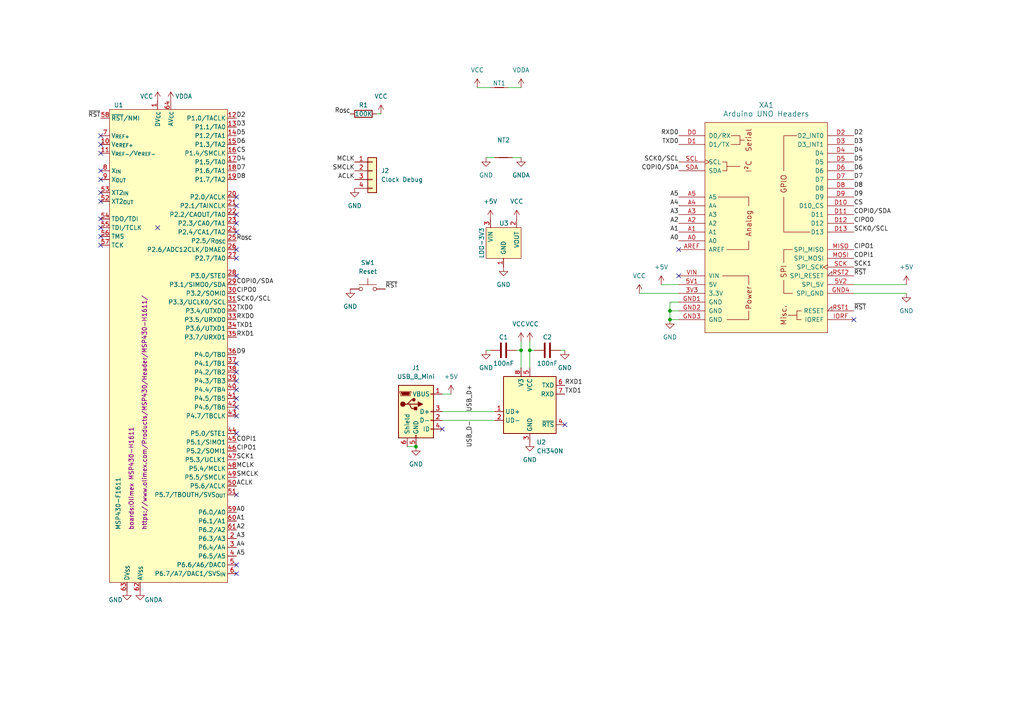
<source format=kicad_sch>
(kicad_sch (version 20230121) (generator eeschema)
  (paper "A4")
  (lib_symbols
    (symbol "Connector:USB_B_Mini" (pin_names (offset 1.016))
      (property "Reference" "J" (at -5.08 11.43 0))
      (property "Value" "USB_B_Mini" (at -5.08 8.89 0))
      (symbol "USB_B_Mini_0_1"
        (rectangle (start -5.08 -7.62) (end 5.08 7.62) (stroke (width 0.254)) (fill (type background)))
        (circle (center -3.81 2.159) (radius 0.635) (stroke (width 0.254)) (fill (type outline)))
        (circle (center -0.635 3.429) (radius 0.381) (stroke (width 0.254)) (fill (type outline)))
        (rectangle (start -0.127 -7.62) (end 0.127 -6.858))
        (polyline (pts (xy -1.905 2.159) (xy 0.635 2.159)) (stroke (width 0.254)))
        (polyline (pts (xy -3.175 2.159) (xy -2.54 2.159) (xy -1.27 3.429) (xy -0.635 3.429)) (stroke (width 0.254)))
        (polyline (pts (xy -2.54 2.159) (xy -1.905 2.159) (xy -1.27 0.889) (xy 0 0.889)) (stroke (width 0.254)))
        (polyline (pts (xy 0.635 2.794) (xy 0.635 1.524) (xy 1.905 2.159) (xy 0.635 2.794)) (stroke (width 0.254)) (fill (type outline)))
        (polyline (pts (xy -4.318 5.588) (xy -1.778 5.588) (xy -2.032 4.826) (xy -4.064 4.826) (xy -4.318 5.588)) (fill (type outline)))
        (polyline (pts (xy -4.699 5.842) (xy -4.699 5.588) (xy -4.445 4.826) (xy -4.445 4.572) (xy -1.651 4.572) (xy -1.651 4.826) (xy -1.397 5.588) (xy -1.397 5.842) (xy -4.699 5.842)))
        (rectangle (start 0.254 1.27) (end -0.508 0.508) (stroke (width 0.254)) (fill (type outline)))
        (rectangle (start 5.08 -5.207) (end 4.318 -4.953))
        (rectangle (start 5.08 -2.667) (end 4.318 -2.413))
        (rectangle (start 5.08 -0.127) (end 4.318 0.127))
        (rectangle (start 5.08 4.953) (end 4.318 5.207))
      )
      (symbol "USB_B_Mini_1_1"
        (pin power_out line (at 7.62 5.08 180) (length 2.54) (name "VBUS") (number "1"))
        (pin bidirectional line (at 7.62 -2.54 180) (length 2.54) (name "D-") (number "2"))
        (pin bidirectional line (at 7.62 0 180) (length 2.54) (name "D+") (number "3"))
        (pin passive line (at 7.62 -5.08 180) (length 2.54) (name "ID") (number "4"))
        (pin power_out line (at 0 -10.16 90) (length 2.54) (name "GND") (number "5"))
        (pin passive line (at -2.54 -10.16 90) (length 2.54) (name "Shield") (number "6"))
      )
    )
    (symbol "Connector_Generic:Conn_01x04" (pin_names (offset 1.016) hide)
      (property "Reference" "J" (at 0 5.08 0))
      (property "Value" "Conn_01x04" (at 0 -7.62 0))
      (symbol "Conn_01x04_1_1"
        (rectangle (start -1.27 -4.953) (end 0 -5.207) (stroke (width 0.1524)))
        (rectangle (start -1.27 -2.413) (end 0 -2.667) (stroke (width 0.1524)))
        (rectangle (start -1.27 0.127) (end 0 -0.127) (stroke (width 0.1524)))
        (rectangle (start -1.27 2.667) (end 0 2.413) (stroke (width 0.1524)))
        (rectangle (start -1.27 3.81) (end 1.27 -6.35) (stroke (width 0.254)) (fill (type background)))
        (pin passive line (at -5.08 2.54 0) (length 3.81) (name "Pin_1") (number "1"))
        (pin passive line (at -5.08 0 0) (length 3.81) (name "Pin_2") (number "2"))
        (pin passive line (at -5.08 -2.54 0) (length 3.81) (name "Pin_3") (number "3"))
        (pin passive line (at -5.08 -5.08 0) (length 3.81) (name "Pin_4") (number "4"))
      )
    )
    (symbol "Device:C" (pin_numbers hide) (pin_names (offset 0.254))
      (property "Reference" "C" (at 0.635 2.54 0))
      (property "Value" "C" (at 0.635 -2.54 0))
      (symbol "C_0_1"
        (polyline (pts (xy -2.032 -0.762) (xy 2.032 -0.762)) (stroke (width 0.508)))
        (polyline (pts (xy -2.032 0.762) (xy 2.032 0.762)) (stroke (width 0.508)))
      )
      (symbol "C_1_1"
        (pin passive line (at 0 3.81 270) (length 2.794) (name "~") (number "1"))
        (pin passive line (at 0 -3.81 90) (length 2.794) (name "~") (number "2"))
      )
    )
    (symbol "Device:NetTie_2" (pin_numbers hide) (pin_names (offset 0) hide) (in_bom no)
      (property "Reference" "NT" (at 0 1.27 0))
      (property "Value" "NetTie_2" (at 0 -1.27 0))
      (symbol "NetTie_2_0_1"
        (polyline (pts (xy -1.27 0) (xy 1.27 0)) (stroke (width 0.254)))
      )
      (symbol "NetTie_2_1_1"
        (pin passive line (at -2.54 0 0) (length 2.54) (name "1") (number "1"))
        (pin passive line (at 2.54 0 180) (length 2.54) (name "2") (number "2"))
      )
    )
    (symbol "Device:R" (pin_numbers hide) (pin_names (offset 0))
      (property "Reference" "R" (at 2.032 0 90))
      (property "Value" "R" (at 0 0 90))
      (symbol "R_0_1"
        (rectangle (start -1.016 -2.54) (end 1.016 2.54) (stroke (width 0.254)))
      )
      (symbol "R_1_1"
        (pin passive line (at 0 3.81 270) (length 1.27) (name "~") (number "1"))
        (pin passive line (at 0 -3.81 90) (length 1.27) (name "~") (number "2"))
      )
    )
    (symbol "PCM_arduino-library:Arduino_Uno_R3_Shield" (pin_names (offset 1.016))
      (property "Reference" "XA" (at 0 36.83 0))
      (property "Value" "Arduino_Uno_R3_Shield" (at 0 33.02 0))
      (symbol "Arduino_Uno_R3_Shield_0_0"
        (rectangle (start -17.78 30.48) (end 17.78 -30.48) (fill (type background)))
        (rectangle (start -12.7 -13.97) (end -5.08 -13.97))
        (rectangle (start -11.43 -26.67) (end -5.08 -26.67))
        (polyline (pts (xy -11.43 17.78) (xy -7.62 17.78)))
        (polyline (pts (xy -7.62 25.4) (xy -6.35 25.4)))
        (polyline (pts (xy -5.08 -26.67) (xy -5.08 -24.13)))
        (polyline (pts (xy -5.08 -15.24) (xy -5.08 -16.51)))
        (polyline (pts (xy -5.08 -13.97) (xy -5.08 -15.24)))
        (polyline (pts (xy -5.08 -3.81) (xy -5.08 -6.35) (xy -11.43 -6.35)))
        (polyline (pts (xy -5.08 6.35) (xy -5.08 8.89) (xy -13.97 8.89)))
        (polyline (pts (xy 5.08 8.89) (xy 5.08 -1.27) (xy 12.7 -1.27)))
        (polyline (pts (xy 5.08 16.51) (xy 5.08 26.67) (xy 8.89 26.67)))
        (polyline (pts (xy -12.7 19.05) (xy -11.43 19.05) (xy -11.43 16.51) (xy -12.7 16.51)))
        (polyline (pts (xy -10.16 26.67) (xy -7.62 26.67) (xy -7.62 24.13) (xy -10.16 24.13)))
        (rectangle (start 5.08 -19.05) (end 5.08 -15.24))
        (rectangle (start 5.08 -19.05) (end 7.62 -19.05))
        (rectangle (start 5.08 -10.16) (end 5.08 -6.35))
        (rectangle (start 7.62 -6.35) (end 5.08 -6.35))
        (rectangle (start 8.89 -25.4) (end 6.35 -25.4))
        (rectangle (start 8.89 -24.13) (end 8.89 -26.67))
        (rectangle (start 10.16 -26.67) (end 8.89 -26.67))
        (rectangle (start 10.16 -24.13) (end 8.89 -24.13))
        (text "Analog" (at -5.08 1.27 900) (effects (font (size 1.524 1.524))))
        (text "I²C" (at -5.08 17.78 900) (effects (font (size 1.524 1.524))))
        (text "Misc." (at 5.08 -25.4 900) (effects (font (size 1.524 1.524))))
        (text "Power" (at -5.08 -20.32 900) (effects (font (size 1.524 1.524))))
        (text "Serial" (at -5.08 25.4 900) (effects (font (size 1.524 1.524))))
        (text "SPI" (at 5.08 -12.7 900) (effects (font (size 1.524 1.524))))
      )
      (symbol "Arduino_Uno_R3_Shield_1_0"
        (text "GPIO" (at 5.08 12.7 900) (effects (font (size 1.524 1.524))))
      )
      (symbol "Arduino_Uno_R3_Shield_1_1"
        (pin power_out line (at -25.4 -19.05 0) (length 7.62) (name "3.3V") (number "3V3"))
        (pin power_in line (at -25.4 -16.51 0) (length 7.62) (name "5V") (number "5V1"))
        (pin power_in line (at 25.4 -16.51 180) (length 7.62) (name "SPI_5V") (number "5V2"))
        (pin bidirectional line (at -25.4 -3.81 0) (length 7.62) (name "A0") (number "A0"))
        (pin bidirectional line (at -25.4 -1.27 0) (length 7.62) (name "A1") (number "A1"))
        (pin bidirectional line (at -25.4 1.27 0) (length 7.62) (name "A2") (number "A2"))
        (pin bidirectional line (at -25.4 3.81 0) (length 7.62) (name "A3") (number "A3"))
        (pin bidirectional line (at -25.4 6.35 0) (length 7.62) (name "A4") (number "A4"))
        (pin bidirectional line (at -25.4 8.89 0) (length 7.62) (name "A5") (number "A5"))
        (pin input line (at -25.4 -6.35 0) (length 7.62) (name "AREF") (number "AREF"))
        (pin bidirectional line (at -25.4 26.67 0) (length 7.62) (name "D0/RX") (number "D0"))
        (pin bidirectional line (at -25.4 24.13 0) (length 7.62) (name "D1/TX") (number "D1"))
        (pin bidirectional line (at 25.4 6.35 180) (length 7.62) (name "D10_CS") (number "D10"))
        (pin bidirectional line (at 25.4 3.81 180) (length 7.62) (name "D11") (number "D11"))
        (pin bidirectional line (at 25.4 1.27 180) (length 7.62) (name "D12") (number "D12"))
        (pin bidirectional line (at 25.4 -1.27 180) (length 7.62) (name "D13") (number "D13"))
        (pin bidirectional line (at 25.4 26.67 180) (length 7.62) (name "D2_INT0") (number "D2"))
        (pin bidirectional line (at 25.4 24.13 180) (length 7.62) (name "D3_INT1") (number "D3"))
        (pin bidirectional line (at 25.4 21.59 180) (length 7.62) (name "D4") (number "D4"))
        (pin bidirectional line (at 25.4 19.05 180) (length 7.62) (name "D5") (number "D5"))
        (pin bidirectional line (at 25.4 16.51 180) (length 7.62) (name "D6") (number "D6"))
        (pin bidirectional line (at 25.4 13.97 180) (length 7.62) (name "D7") (number "D7"))
        (pin bidirectional line (at 25.4 11.43 180) (length 7.62) (name "D8") (number "D8"))
        (pin bidirectional line (at 25.4 8.89 180) (length 7.62) (name "D9") (number "D9"))
        (pin power_in line (at -25.4 -21.59 0) (length 7.62) (name "GND") (number "GND1"))
        (pin power_in line (at -25.4 -24.13 0) (length 7.62) (name "GND") (number "GND2"))
        (pin power_in line (at -25.4 -26.67 0) (length 7.62) (name "GND") (number "GND3"))
        (pin power_in line (at 25.4 -19.05 180) (length 7.62) (name "SPI_GND") (number "GND4"))
        (pin output line (at 25.4 -26.67 180) (length 7.62) (name "IOREF") (number "IORF"))
        (pin input line (at 25.4 -6.35 180) (length 7.62) (name "SPI_MISO") (number "MISO"))
        (pin output line (at 25.4 -8.89 180) (length 7.62) (name "SPI_MOSI") (number "MOSI"))
        (pin open_collector input_low (at 25.4 -24.13 180) (length 7.62) (name "RESET") (number "RST1"))
        (pin open_collector input_low (at 25.4 -13.97 180) (length 7.62) (name "SPI_RESET") (number "RST2"))
        (pin output clock (at 25.4 -11.43 180) (length 7.62) (name "SPI_SCK") (number "SCK"))
        (pin bidirectional clock (at -25.4 19.05 0) (length 7.62) (name "SCL") (number "SCL"))
        (pin bidirectional line (at -25.4 16.51 0) (length 7.62) (name "SDA") (number "SDA"))
        (pin power_in line (at -25.4 -13.97 0) (length 7.62) (name "VIN") (number "VIN"))
      )
    )
    (symbol "Switch:SW_Push" (pin_numbers hide) (pin_names (offset 1.016) hide)
      (property "Reference" "SW" (at 1.27 2.54 0))
      (property "Value" "SW_Push" (at 0 -1.524 0))
      (symbol "SW_Push_0_1"
        (circle (center -2.032 0) (radius 0.508))
        (polyline (pts (xy 0 1.27) (xy 0 3.048)))
        (polyline (pts (xy 2.54 1.27) (xy -2.54 1.27)))
        (circle (center 2.032 0) (radius 0.508))
        (pin passive line (at -5.08 0 0) (length 2.54) (name "1") (number "1"))
        (pin passive line (at 5.08 0 180) (length 2.54) (name "2") (number "2"))
      )
    )
    (symbol "boards:CH340N"
      (property "Reference" "U" (at -5.08 13.97 0))
      (property "Value" "CH340N" (at 1.27 13.97 0))
      (symbol "CH340N_0_1"
        (rectangle (start -7.62 12.7) (end 7.62 -3.81) (stroke (width 0.254)) (fill (type background)))
      )
      (symbol "CH340N_1_1"
        (pin bidirectional line (at -10.16 2.54 0) (length 2.54) (name "UD+") (number "1"))
        (pin bidirectional line (at -10.16 0 0) (length 2.54) (name "UD-") (number "2"))
        (pin power_in line (at 0 -6.35 90) (length 2.54) (name "GND") (number "3"))
        (pin output line (at 10.16 -1.27 180) (length 2.54) (name "~{RTS}") (number "4"))
        (pin power_in line (at 0 15.24 270) (length 2.54) (name "VCC") (number "5"))
        (pin output line (at 10.16 10.16 180) (length 2.54) (name "TXD") (number "6"))
        (pin input line (at 10.16 7.62 180) (length 2.54) (name "RXD") (number "7"))
        (pin passive line (at -2.54 15.24 270) (length 2.54) (name "V3") (number "8"))
      )
    )
    (symbol "boards:LDO-3V3" (pin_names (offset 1.016))
      (property "Reference" "U" (at -6.35 1.27 0))
      (property "Value" "LDO-3V3" (at -12.7 -1.27 90))
      (symbol "LDO-3V3_0_1"
        (rectangle (start -11.43 2.54) (end -1.27 -6.35) (fill (type background)))
      )
      (symbol "LDO-3V3_1_1"
        (pin power_in line (at -6.35 -8.89 90) (length 2.54) (name "GND") (number "1"))
        (pin power_out line (at -2.54 5.08 270) (length 2.54) (name "VOUT") (number "2"))
        (pin power_in line (at -10.16 5.08 270) (length 2.54) (name "VIN") (number "3"))
      )
    )
    (symbol "boards:MSP430-F1611"
      (property "Reference" "U" (at 1.27 1.27 0))
      (property "Value" "MSP430-F1611" (at 2.54 -109.22 90))
      (property "Footprint" "boards:Olimex MSP430-H1611" (at 7.62 -101.6 90))
      (property "Datasheet" "https://www.olimex.com/Products/MSP430/Header/MSP430-H1611/" (at 5.08 -82.55 90))
      (symbol "MSP430-F1611_1_1"
        (rectangle (start 0 0) (end 34.29 -137.16) (fill (type background)))
        (pin power_in line (at 13.97 2.54 270) (length 2.54) (name "DV_{CC}") (number "1"))
        (pin unspecified line (at -2.54 -10.16 0) (length 2.54) (name "Ve_{REF+}") (number "10"))
        (pin unspecified line (at -2.54 -12.7 0) (length 2.54) (name "V_{REF-}/Ve_{REF-}") (number "11"))
        (pin bidirectional line (at 36.83 -2.54 180) (length 2.54) (name "P1.0/TACLK") (number "12"))
        (pin bidirectional line (at 36.83 -5.08 180) (length 2.54) (name "P1.1/TA0") (number "13"))
        (pin bidirectional line (at 36.83 -7.62 180) (length 2.54) (name "P1.2/TA1") (number "14"))
        (pin bidirectional line (at 36.83 -10.16 180) (length 2.54) (name "P1.3/TA2") (number "15"))
        (pin bidirectional line (at 36.83 -12.7 180) (length 2.54) (name "P1.4/SMCLK") (number "16"))
        (pin bidirectional line (at 36.83 -15.24 180) (length 2.54) (name "P1.5/TA0") (number "17"))
        (pin bidirectional line (at 36.83 -17.78 180) (length 2.54) (name "P1.6/TA1") (number "18"))
        (pin bidirectional line (at 36.83 -20.32 180) (length 2.54) (name "P1.7/TA2") (number "19"))
        (pin bidirectional line (at 36.83 -124.46 180) (length 2.54) (name "P6.3/A3") (number "2"))
        (pin bidirectional line (at 36.83 -25.4 180) (length 2.54) (name "P2.0/ACLK") (number "20"))
        (pin bidirectional line (at 36.83 -27.94 180) (length 2.54) (name "P2.1/TAINCLK") (number "21"))
        (pin bidirectional line (at 36.83 -30.48 180) (length 2.54) (name "P2.2/CAOUT/TA0") (number "22"))
        (pin bidirectional line (at 36.83 -33.02 180) (length 2.54) (name "P2.3/CA0/TA1") (number "23"))
        (pin bidirectional line (at 36.83 -35.56 180) (length 2.54) (name "P2.4/CA1/TA2") (number "24"))
        (pin bidirectional line (at 36.83 -38.1 180) (length 2.54) (name "P2.5/R_{OSC}") (number "25"))
        (pin bidirectional line (at 36.83 -40.64 180) (length 2.54) (name "P2.6/ADC12CLK/DMAE0") (number "26"))
        (pin bidirectional line (at 36.83 -43.18 180) (length 2.54) (name "P2.7/TA0") (number "27"))
        (pin bidirectional line (at 36.83 -48.26 180) (length 2.54) (name "P3.0/STE0") (number "28"))
        (pin bidirectional line (at 36.83 -50.8 180) (length 2.54) (name "P3.1/SIMO0/SDA") (number "29"))
        (pin bidirectional line (at 36.83 -127 180) (length 2.54) (name "P6.4/A4") (number "3"))
        (pin bidirectional line (at 36.83 -53.34 180) (length 2.54) (name "P3.2/SOMI0") (number "30"))
        (pin bidirectional line (at 36.83 -55.88 180) (length 2.54) (name "P3.3/UCLK0/SCL") (number "31"))
        (pin bidirectional line (at 36.83 -58.42 180) (length 2.54) (name "P3.4/UTXD0") (number "32"))
        (pin bidirectional line (at 36.83 -60.96 180) (length 2.54) (name "P3.5/URXD0") (number "33"))
        (pin bidirectional line (at 36.83 -63.5 180) (length 2.54) (name "P3.6/UTXD1") (number "34"))
        (pin bidirectional line (at 36.83 -66.04 180) (length 2.54) (name "P3.7/URXD1") (number "35"))
        (pin bidirectional line (at 36.83 -71.12 180) (length 2.54) (name "P4.0/TB0") (number "36"))
        (pin bidirectional line (at 36.83 -73.66 180) (length 2.54) (name "P4.1/TB1") (number "37"))
        (pin bidirectional line (at 36.83 -76.2 180) (length 2.54) (name "P4.2/TB2") (number "38"))
        (pin bidirectional line (at 36.83 -78.74 180) (length 2.54) (name "P4.3/TB3") (number "39"))
        (pin bidirectional line (at 36.83 -129.54 180) (length 2.54) (name "P6.5/A5") (number "4"))
        (pin bidirectional line (at 36.83 -81.28 180) (length 2.54) (name "P4.4/TB4") (number "40"))
        (pin bidirectional line (at 36.83 -83.82 180) (length 2.54) (name "P4.5/TB5") (number "41"))
        (pin bidirectional line (at 36.83 -86.36 180) (length 2.54) (name "P4.6/TB6") (number "42"))
        (pin bidirectional line (at 36.83 -88.9 180) (length 2.54) (name "P4.7/TBCLK") (number "43"))
        (pin bidirectional line (at 36.83 -93.98 180) (length 2.54) (name "P5.0/STE1") (number "44"))
        (pin bidirectional line (at 36.83 -96.52 180) (length 2.54) (name "P5.1/SIMO1") (number "45"))
        (pin bidirectional line (at 36.83 -99.06 180) (length 2.54) (name "P5.2/SOMI1") (number "46"))
        (pin bidirectional line (at 36.83 -101.6 180) (length 2.54) (name "P5.3/UCLK1") (number "47"))
        (pin bidirectional line (at 36.83 -104.14 180) (length 2.54) (name "P5.4/MCLK") (number "48"))
        (pin bidirectional line (at 36.83 -106.68 180) (length 2.54) (name "P5.5/SMCLK") (number "49"))
        (pin bidirectional line (at 36.83 -132.08 180) (length 2.54) (name "P6.6/A6/DAC0") (number "5"))
        (pin bidirectional line (at 36.83 -109.22 180) (length 2.54) (name "P5.6/ACLK") (number "50"))
        (pin bidirectional line (at 36.83 -111.76 180) (length 2.54) (name "P5.7/TBOUTH/SVS_{OUT}") (number "51"))
        (pin unspecified line (at -2.54 -26.67 0) (length 2.54) (name "XT2_{OUT}") (number "52"))
        (pin unspecified line (at -2.54 -24.13 0) (length 2.54) (name "XT2_{IN}") (number "53"))
        (pin unspecified line (at -2.54 -31.75 0) (length 2.54) (name "TDO/TDI") (number "54"))
        (pin unspecified line (at -2.54 -34.29 0) (length 2.54) (name "TDI/TCLK") (number "55"))
        (pin unspecified line (at -2.54 -36.83 0) (length 2.54) (name "TMS") (number "56"))
        (pin unspecified line (at -2.54 -39.37 0) (length 2.54) (name "TCK") (number "57"))
        (pin input line (at -2.54 -2.54 0) (length 2.54) (name "~{RST}/NMI") (number "58"))
        (pin bidirectional line (at 36.83 -116.84 180) (length 2.54) (name "P6.0/A0") (number "59"))
        (pin bidirectional line (at 36.83 -134.62 180) (length 2.54) (name "P6.7/A7/DAC1/SVS_{IN}") (number "6"))
        (pin bidirectional line (at 36.83 -119.38 180) (length 2.54) (name "P6.1/A1") (number "60"))
        (pin bidirectional line (at 36.83 -121.92 180) (length 2.54) (name "P6.2/A2") (number "61"))
        (pin power_in line (at 8.89 -139.7 90) (length 2.54) (name "AV_{SS}") (number "62"))
        (pin power_in line (at 5.08 -139.7 90) (length 2.54) (name "DV_{SS}") (number "63"))
        (pin power_in line (at 17.78 2.54 270) (length 2.54) (name "AV_{CC}") (number "64"))
        (pin input line (at -2.54 -7.62 0) (length 2.54) (name "V_{REF+}") (number "7"))
        (pin bidirectional line (at -2.54 -17.78 0) (length 2.54) (name "X_{IN}") (number "8"))
        (pin bidirectional line (at -2.54 -20.32 0) (length 2.54) (name "X_{OUT}") (number "9"))
      )
    )
    (symbol "power:+5V" (power) (pin_names (offset 0))
      (property "Value" "+5V" (at 0 3.556 0))
      (symbol "+5V_0_1"
        (polyline (pts (xy -0.762 1.27) (xy 0 2.54)))
        (polyline (pts (xy 0 0) (xy 0 2.54)))
        (polyline (pts (xy 0 2.54) (xy 0.762 1.27)))
      )
      (symbol "+5V_1_1"
        (pin power_in line (at 0 0 90) (length 0) hide (name "+5V") (number "1"))
      )
    )
    (symbol "power:GND" (power) (pin_names (offset 0))
      (property "Value" "GND" (at 0 -3.81 0))
      (symbol "GND_0_1"
        (polyline (pts (xy 0 0) (xy 0 -1.27) (xy 1.27 -1.27) (xy 0 -2.54) (xy -1.27 -1.27) (xy 0 -1.27)))
      )
      (symbol "GND_1_1"
        (pin power_in line (at 0 0 270) (length 0) hide (name "GND") (number "1"))
      )
    )
    (symbol "power:GNDA" (power) (pin_names (offset 0))
      (property "Value" "GNDA" (at 0 -3.81 0))
      (symbol "GNDA_0_1"
        (polyline (pts (xy 0 0) (xy 0 -1.27) (xy 1.27 -1.27) (xy 0 -2.54) (xy -1.27 -1.27) (xy 0 -1.27)))
      )
      (symbol "GNDA_1_1"
        (pin power_in line (at 0 0 270) (length 0) hide (name "GNDA") (number "1"))
      )
    )
    (symbol "power:VCC" (power) (pin_names (offset 0))
      (property "Value" "VCC" (at 0 3.81 0))
      (symbol "VCC_0_1"
        (polyline (pts (xy -0.762 1.27) (xy 0 2.54)))
        (polyline (pts (xy 0 0) (xy 0 2.54)))
        (polyline (pts (xy 0 2.54) (xy 0.762 1.27)))
      )
      (symbol "VCC_1_1"
        (pin power_in line (at 0 0 90) (length 0) hide (name "VCC") (number "1"))
      )
    )
    (symbol "power:VDDA" (power) (pin_names (offset 0))
      (property "Value" "VDDA" (at 0 3.81 0))
      (symbol "VDDA_0_1"
        (polyline (pts (xy -0.762 1.27) (xy 0 2.54)))
        (polyline (pts (xy 0 0) (xy 0 2.54)))
        (polyline (pts (xy 0 2.54) (xy 0.762 1.27)))
      )
      (symbol "VDDA_1_1"
        (pin power_in line (at 0 0 90) (length 0) hide (name "VDDA") (number "1"))
      )
    )
  )
  (junction (at 151.13 101.6))
  (junction (at 194.31 90.17))
  (junction (at 153.67 101.6))
  (junction (at 120.65 129.54))
  (junction (at 194.31 92.71))
  (no_connect (at 68.58 113.03))
  (no_connect (at 29.21 58.42))
  (no_connect (at 45.72 66.04))
  (no_connect (at 29.21 39.37))
  (no_connect (at 29.21 44.45))
  (no_connect (at 29.21 71.12))
  (no_connect (at 68.58 115.57))
  (no_connect (at 68.58 72.39))
  (no_connect (at 68.58 80.01))
  (no_connect (at 29.21 41.91))
  (no_connect (at 68.58 163.83))
  (no_connect (at 29.21 66.04))
  (no_connect (at 29.21 55.88))
  (no_connect (at 68.58 166.37))
  (no_connect (at 68.58 62.23))
  (no_connect (at 68.58 110.49))
  (no_connect (at 196.85 72.39))
  (no_connect (at 247.65 92.71))
  (no_connect (at 68.58 57.15))
  (no_connect (at 29.21 63.5))
  (no_connect (at 68.58 143.51))
  (no_connect (at 68.58 105.41))
  (no_connect (at 68.58 59.69))
  (no_connect (at 29.21 49.53))
  (no_connect (at 68.58 64.77))
  (no_connect (at 68.58 107.95))
  (no_connect (at 68.58 118.11))
  (no_connect (at 29.21 68.58))
  (no_connect (at 128.27 124.46))
  (no_connect (at 196.85 80.01))
  (no_connect (at 163.83 123.19))
  (no_connect (at 29.21 52.07))
  (no_connect (at 68.58 125.73))
  (no_connect (at 68.58 74.93))
  (no_connect (at 68.58 120.65))
  (no_connect (at 68.58 67.31))
  (wire (pts (xy 151.13 99.06) (xy 151.13 101.6)))
  (wire (pts (xy 109.22 33.02) (xy 110.49 33.02)))
  (wire (pts (xy 128.27 114.3) (xy 130.81 114.3)))
  (wire (pts (xy 247.65 82.55) (xy 262.89 82.55)))
  (wire (pts (xy 194.31 90.17) (xy 194.31 87.63)))
  (wire (pts (xy 118.11 129.54) (xy 120.65 129.54)))
  (wire (pts (xy 148.59 45.72) (xy 151.13 45.72)))
  (wire (pts (xy 140.97 45.72) (xy 143.51 45.72)))
  (wire (pts (xy 151.13 101.6) (xy 151.13 106.68)))
  (wire (pts (xy 153.67 101.6) (xy 153.67 106.68)))
  (wire (pts (xy 140.97 101.6) (xy 142.24 101.6)))
  (wire (pts (xy 128.27 121.92) (xy 143.51 121.92)))
  (wire (pts (xy 194.31 90.17) (xy 196.85 90.17)))
  (wire (pts (xy 138.43 25.4) (xy 142.24 25.4)))
  (wire (pts (xy 194.31 92.71) (xy 194.31 90.17)))
  (wire (pts (xy 247.65 85.09) (xy 262.89 85.09)))
  (wire (pts (xy 147.32 25.4) (xy 151.13 25.4)))
  (wire (pts (xy 149.86 101.6) (xy 151.13 101.6)))
  (wire (pts (xy 194.31 87.63) (xy 196.85 87.63)))
  (wire (pts (xy 153.67 99.06) (xy 153.67 101.6)))
  (wire (pts (xy 194.31 92.71) (xy 196.85 92.71)))
  (wire (pts (xy 128.27 119.38) (xy 143.51 119.38)))
  (wire (pts (xy 162.56 101.6) (xy 163.83 101.6)))
  (wire (pts (xy 185.42 85.09) (xy 196.85 85.09)))
  (wire (pts (xy 153.67 101.6) (xy 154.94 101.6)))
  (wire (pts (xy 191.77 82.55) (xy 196.85 82.55)))
  (label "MCLK" (at 68.58 135.89 0))
  (label "~{RST}" (at 247.65 90.17 0))
  (label "SCK1" (at 247.65 77.47 0))
  (label "CS" (at 247.65 59.69 0))
  (label "D2" (at 247.65 39.37 0))
  (label "R_{OSC}" (at 101.6 33.02 180))
  (label "D9" (at 247.65 57.15 0))
  (label "RXD1" (at 163.83 111.76 0))
  (label "D8" (at 68.58 52.07 0))
  (label "D6" (at 247.65 49.53 0))
  (label "COPI0{slash}SDA" (at 68.58 82.55 0))
  (label "MCLK" (at 102.87 46.99 180))
  (label "COPI1" (at 68.58 128.27 0))
  (label "CIPO1" (at 247.65 72.39 0))
  (label "A3" (at 68.58 156.21 0))
  (label "CIPO1" (at 68.58 130.81 0))
  (label "D3" (at 68.58 36.83 0))
  (label "D8" (at 247.65 54.61 0))
  (label "A1" (at 68.58 151.13 0))
  (label "D5" (at 68.58 39.37 0))
  (label "A1" (at 196.85 67.31 180))
  (label "D9" (at 68.58 102.87 0))
  (label "A4" (at 196.85 59.69 180))
  (label "RXD0" (at 196.85 39.37 180))
  (label "D5" (at 247.65 46.99 0))
  (label "TXD0" (at 196.85 41.91 180))
  (label "SMCLK" (at 102.87 49.53 180))
  (label "CIPO0" (at 68.58 85.09 0))
  (label "D4" (at 68.58 46.99 0))
  (label "COPI1" (at 247.65 74.93 0))
  (label "RXD0" (at 68.58 92.71 0))
  (label "A2" (at 196.85 64.77 180))
  (label "D3" (at 247.65 41.91 0))
  (label "A3" (at 196.85 62.23 180))
  (label "TXD0" (at 68.58 90.17 0))
  (label "SCK0{slash}SCL" (at 247.65 67.31 0))
  (label "~{RST}" (at 247.65 80.01 0))
  (label "A4" (at 68.58 158.75 0))
  (label "A2" (at 68.58 153.67 0))
  (label "~{RST}" (at 29.21 34.29 180))
  (label "CS" (at 68.58 44.45 0))
  (label "SCK0{slash}SCL" (at 68.58 87.63 0))
  (label "USB_D-" (at 137.16 121.92 270))
  (label "~{RST}" (at 111.76 83.82 0))
  (label "ACLK" (at 68.58 140.97 0))
  (label "TXD1" (at 68.58 95.25 0))
  (label "COPI0{slash}SDA" (at 247.65 62.23 0))
  (label "SMCLK" (at 68.58 138.43 0))
  (label "A5" (at 196.85 57.15 180))
  (label "A0" (at 196.85 69.85 180))
  (label "A0" (at 68.58 148.59 0))
  (label "R_{OSC}" (at 68.58 69.85 0))
  (label "SCK1" (at 68.58 133.35 0))
  (label "TXD1" (at 163.83 114.3 0))
  (label "CIPO0" (at 247.65 64.77 0))
  (label "A5" (at 68.58 161.29 0))
  (label "COPI0{slash}SDA" (at 196.85 49.53 180))
  (label "D7" (at 68.58 49.53 0))
  (label "D2" (at 68.58 34.29 0))
  (label "USB_D+" (at 137.16 119.38 90))
  (label "RXD1" (at 68.58 97.79 0))
  (label "D6" (at 68.58 41.91 0))
  (label "D7" (at 247.65 52.07 0))
  (label "D4" (at 247.65 44.45 0))
  (label "SCK0{slash}SCL" (at 196.85 46.99 180))
  (label "ACLK" (at 102.87 52.07 180))
  (symbol (lib_id "power:GNDA") (at 151.13 45.72 0) (unit 1)
    (property "Reference" "#PWR020" (effects hide))
    (property "Value" "GNDA" (at 151.13 50.8 0))
  )
  (symbol (lib_id "power:VCC") (at 45.72 29.21 0) (unit 1)
    (property "Reference" "#PWR013" (effects hide))
    (property "Value" "VCC" (at 44.45 27.94 0) (effects (justify right)))
  )
  (symbol (lib_id "power:+5V") (at 191.77 82.55 0) (unit 1)
    (property "Reference" "#PWR03" (effects hide))
    (property "Value" "+5V" (at 191.77 77.47 0))
  )
  (symbol (lib_id "boards:MSP430-F1611") (at 31.75 31.75 0) (unit 1)
    (property "Reference" "U1" (at 33.02 30.48 0) (effects (justify left)))
    (property "Value" "MSP430-F1611" (at 34.29 153.67 90) (effects (justify left)))
    (property "Footprint" "boards:Olimex MSP430-H1611" (at 38.1 153.67 90) (effects (justify left)))
    (property "Datasheet" "https://www.olimex.com/Products/MSP430/Header/MSP430-H1611/" (at 41.91 153.67 90) (effects (justify left)))
  )
  (symbol (lib_id "power:+5V") (at 130.81 114.3 0) (unit 1)
    (property "Reference" "#PWR06" (effects hide))
    (property "Value" "+5V" (at 130.81 109.22 0))
  )
  (symbol (lib_id "power:GND") (at 163.83 101.6 0) (unit 1)
    (property "Reference" "#PWR012" (effects hide))
    (property "Value" "GND" (at 163.83 106.68 0))
  )
  (symbol (lib_id "power:GND") (at 101.6 83.82 0) (unit 1)
    (property "Reference" "#PWR026" (effects hide))
    (property "Value" "GND" (at 101.6 88.9 0))
  )
  (symbol (lib_id "power:VCC") (at 153.67 99.06 0) (unit 1)
    (property "Reference" "#PWR010" (effects hide))
    (property "Value" "VCC" (at 152.4 93.98 0) (effects (justify left)))
  )
  (symbol (lib_id "boards:LDO-3V3") (at 152.4 68.58 0) (unit 1)
    (property "Reference" "U3" (at 144.78 64.77 0) (effects (justify left)))
    (property "Value" "LDO-3V3" (at 139.7 74.93 90) (effects (justify left)))
    (property "Footprint" "boards:LDO-3V3" (effects hide))
  )
  (symbol (lib_id "power:VCC") (at 151.13 99.06 0) (unit 1)
    (property "Reference" "#PWR09" (effects hide))
    (property "Value" "VCC" (at 152.4 93.98 0) (effects (justify right)))
  )
  (symbol (lib_id "Device:R") (at 105.41 33.02 90) (unit 1)
    (property "Reference" "R1" (at 105.41 30.48 90))
    (property "Value" "100K" (at 105.41 33.02 90))
    (property "Footprint" "Resistor_THT:R_Axial_DIN0207_L6.3mm_D2.5mm_P10.16mm_Horizontal" (effects hide))
  )
  (symbol (lib_id "boards:CH340N") (at 153.67 121.92 0) (unit 1)
    (property "Reference" "U2" (at 155.6259 128.27 0) (effects (justify left)))
    (property "Value" "CH340N" (at 155.6259 130.81 0) (effects (justify left)))
    (property "Footprint" "Package_SO:SOP-8_3.9x4.9mm_P1.27mm" (effects hide))
    (property "Datasheet" "https://cdn.sparkfun.com/assets/5/0/a/8/5/CH340DS1.PDF" (effects hide))
  )
  (symbol (lib_id "power:+5V") (at 142.24 63.5 0) (unit 1)
    (property "Reference" "#PWR024" (effects hide))
    (property "Value" "+5V" (at 142.24 58.42 0))
  )
  (symbol (lib_id "power:GND") (at 102.87 54.61 0) (unit 1)
    (property "Reference" "#PWR018" (effects hide))
    (property "Value" "GND" (at 102.87 59.69 0))
  )
  (symbol (lib_id "Device:C") (at 158.75 101.6 90) (unit 1)
    (property "Reference" "C2" (at 158.75 97.79 90))
    (property "Value" "100nF" (at 158.75 105.41 90))
    (property "Footprint" "Capacitor_THT:C_Disc_D4.3mm_W1.9mm_P5.00mm" (effects hide))
  )
  (symbol (lib_id "Switch:SW_Push") (at 106.68 83.82 0) (unit 1)
    (property "Reference" "SW1" (at 106.68 76.2 0))
    (property "Value" "Reset" (at 106.68 78.74 0))
    (property "Footprint" "Button_Switch_THT:SW_PUSH_6mm_H5mm" (effects hide))
  )
  (symbol (lib_id "power:VCC") (at 110.49 33.02 0) (unit 1)
    (property "Reference" "#PWR017" (effects hide))
    (property "Value" "VCC" (at 110.49 27.94 0))
  )
  (symbol (lib_id "power:GND") (at 194.31 92.71 0) (unit 1)
    (property "Reference" "#PWR01" (effects hide))
    (property "Value" "GND" (at 194.31 97.79 0))
  )
  (symbol (lib_id "power:GND") (at 36.83 171.45 0) (unit 1)
    (property "Reference" "#PWR015" (effects hide))
    (property "Value" "GND" (at 35.56 173.99 0) (effects (justify right)))
  )
  (symbol (lib_id "power:VCC") (at 138.43 25.4 0) (unit 1)
    (property "Reference" "#PWR021" (effects hide))
    (property "Value" "VCC" (at 138.43 20.32 0))
  )
  (symbol (lib_id "power:GND") (at 262.89 85.09 0) (unit 1)
    (property "Reference" "#PWR05" (effects hide))
    (property "Value" "GND" (at 262.89 90.17 0))
  )
  (symbol (lib_id "power:GND") (at 146.05 77.47 0) (unit 1)
    (property "Reference" "#PWR025" (effects hide))
    (property "Value" "GND" (at 146.05 82.55 0))
  )
  (symbol (lib_id "power:VDDA") (at 49.53 29.21 0) (unit 1)
    (property "Reference" "#PWR014" (effects hide))
    (property "Value" "VDDA" (at 50.8 27.94 0) (effects (justify left)))
  )
  (symbol (lib_id "Connector:USB_B_Mini") (at 120.65 119.38 0) (unit 1)
    (property "Reference" "J1" (at 120.65 106.68 0))
    (property "Value" "USB_B_Mini" (at 120.65 109.22 0))
    (property "Footprint" "boards:USB_Mini-B-Through-Hole" (effects hide))
  )
  (symbol (lib_id "power:GNDA") (at 40.64 171.45 0) (unit 1)
    (property "Reference" "#PWR016" (effects hide))
    (property "Value" "GNDA" (at 41.91 173.99 0) (effects (justify left)))
  )
  (symbol (lib_id "Connector_Generic:Conn_01x04") (at 107.95 49.53 0) (unit 1)
    (property "Reference" "J2" (at 110.49 49.53 0) (effects (justify left)))
    (property "Value" "Clock Debug" (at 110.49 52.07 0) (effects (justify left)))
    (property "Footprint" "Connector_PinHeader_2.54mm:PinHeader_1x04_P2.54mm_Vertical" (effects hide))
  )
  (symbol (lib_id "power:VCC") (at 149.86 63.5 0) (unit 1)
    (property "Reference" "#PWR023" (effects hide))
    (property "Value" "VCC" (at 149.86 58.42 0))
  )
  (symbol (lib_id "power:GND") (at 140.97 101.6 0) (unit 1)
    (property "Reference" "#PWR011" (effects hide))
    (property "Value" "GND" (at 140.97 106.68 0))
  )
  (symbol (lib_id "power:GND") (at 140.97 45.72 0) (unit 1)
    (property "Reference" "#PWR019" (effects hide))
    (property "Value" "GND" (at 140.97 50.8 0))
  )
  (symbol (lib_id "power:GND") (at 120.65 129.54 0) (unit 1)
    (property "Reference" "#PWR07" (effects hide))
    (property "Value" "GND" (at 120.65 134.62 0))
  )
  (symbol (lib_id "power:VDDA") (at 151.13 25.4 0) (unit 1)
    (property "Reference" "#PWR022" (effects hide))
    (property "Value" "VDDA" (at 151.13 20.32 0))
  )
  (symbol (lib_id "Device:NetTie_2") (at 144.78 25.4 0) (unit 1) (in_bom no)
    (property "Reference" "NT1" (at 144.78 24.13 0))
    (property "Value" "NetTie_2" (effects hide))
    (property "Footprint" "NetTie:NetTie-2_SMD_Pad0.5mm" (effects hide))
  )
  (symbol (lib_id "Device:NetTie_2") (at 146.05 45.72 0) (unit 1) (in_bom no)
    (property "Reference" "NT2" (at 146.05 40.64 0))
    (property "Value" "NetTie_2" (effects hide))
    (property "Footprint" "NetTie:NetTie-2_SMD_Pad0.5mm" (effects hide))
  )
  (symbol (lib_id "PCM_arduino-library:Arduino_Uno_R3_Shield") (at 222.25 66.04 0) (unit 1)
    (property "Reference" "XA1" (at 222.25 30.48 0) (effects (font (size 1.524 1.524))))
    (property "Value" "Arduino UNO Headers" (at 222.25 33.02 0) (effects (font (size 1.524 1.524))))
    (property "Footprint" "boards:Arduino_Uno_R3_BOARD" (effects hide))
    (property "Datasheet" "https://docs.arduino.cc/hardware/uno-rev3" (effects hide))
  )
  (symbol (lib_id "power:VCC") (at 185.42 85.09 0) (unit 1)
    (property "Reference" "#PWR02" (effects hide))
    (property "Value" "VCC" (at 185.42 80.01 0))
  )
  (symbol (lib_id "power:GND") (at 153.67 128.27 0) (unit 1)
    (property "Reference" "#PWR08" (effects hide))
    (property "Value" "GND" (at 153.67 133.35 0))
  )
  (symbol (lib_id "Device:C") (at 146.05 101.6 90) (unit 1)
    (property "Reference" "C1" (at 146.05 97.79 90))
    (property "Value" "100nF" (at 146.05 105.41 90))
    (property "Footprint" "Capacitor_THT:C_Disc_D4.3mm_W1.9mm_P5.00mm" (effects hide))
  )
  (symbol (lib_id "power:+5V") (at 262.89 82.55 0) (unit 1)
    (property "Reference" "#PWR04" (effects hide))
    (property "Value" "+5V" (at 262.89 77.47 0))
  )
)
</source>
